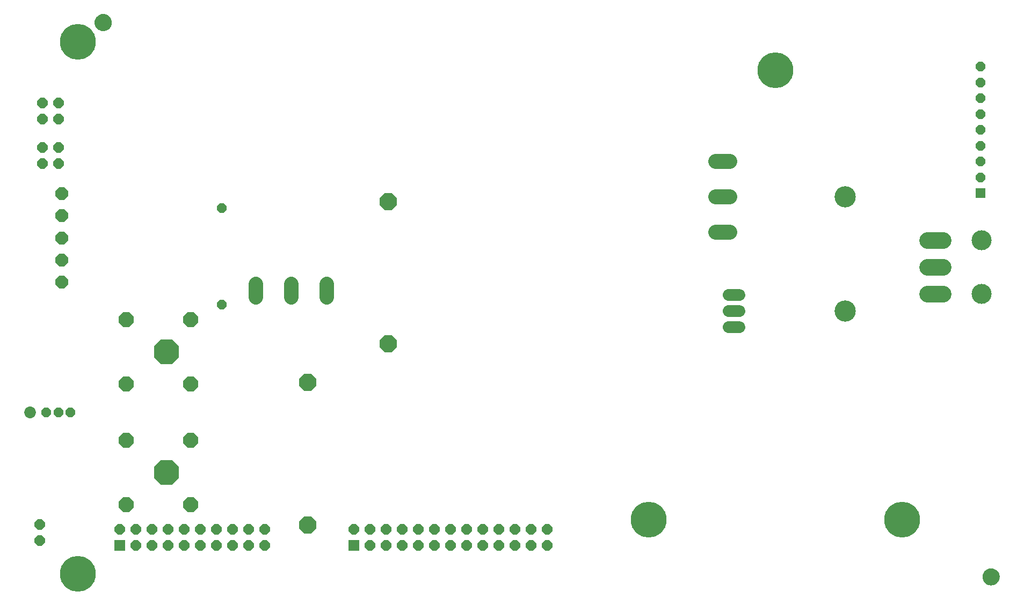
<source format=gbs>
G75*
%MOIN*%
%OFA0B0*%
%FSLAX25Y25*%
%IPPOS*%
%LPD*%
%AMOC8*
5,1,8,0,0,1.08239X$1,22.5*
%
%ADD10C,0.09450*%
%ADD11C,0.13198*%
%ADD12C,0.07200*%
%ADD13OC8,0.07687*%
%ADD14OC8,0.09200*%
%ADD15OC8,0.15600*%
%ADD16OC8,0.06506*%
%ADD17C,0.08850*%
%ADD18OC8,0.05915*%
%ADD19C,0.07293*%
%ADD20OC8,0.06000*%
%ADD21OC8,0.10600*%
%ADD22R,0.06506X0.06506*%
%ADD23R,0.05915X0.05915*%
%ADD24C,0.10293*%
%ADD25C,0.12411*%
%ADD26C,0.00500*%
%ADD27C,0.22254*%
D10*
X0504420Y0309768D02*
X0513270Y0309768D01*
X0513270Y0331768D02*
X0504420Y0331768D01*
X0504420Y0353768D02*
X0513270Y0353768D01*
D11*
X0584845Y0331768D03*
X0584845Y0260902D03*
X0108467Y0097516D03*
X0108467Y0428224D03*
D12*
X0512545Y0270902D02*
X0519145Y0270902D01*
X0519145Y0260902D02*
X0512545Y0260902D01*
X0512545Y0250902D02*
X0519145Y0250902D01*
D13*
X0098625Y0278618D03*
X0098625Y0292398D03*
X0098625Y0306177D03*
X0098625Y0319957D03*
X0098625Y0333736D03*
D14*
X0138546Y0255508D03*
X0178546Y0255508D03*
X0178546Y0215508D03*
X0138546Y0215508D03*
X0138546Y0180508D03*
X0178546Y0180508D03*
X0178546Y0140508D03*
X0138546Y0140508D03*
D15*
X0163585Y0160508D03*
X0163585Y0235508D03*
D16*
X0084845Y0128106D03*
X0084845Y0118106D03*
X0134609Y0125075D03*
X0144609Y0125075D03*
X0154609Y0125075D03*
X0164609Y0125075D03*
X0174609Y0125075D03*
X0184609Y0125075D03*
X0194609Y0125075D03*
X0204609Y0125075D03*
X0214609Y0125075D03*
X0224609Y0125075D03*
X0224609Y0115075D03*
X0214609Y0115075D03*
X0204609Y0115075D03*
X0194609Y0115075D03*
X0184609Y0115075D03*
X0174609Y0115075D03*
X0164609Y0115075D03*
X0154609Y0115075D03*
X0144609Y0115075D03*
X0279806Y0125075D03*
X0289806Y0125075D03*
X0299806Y0125075D03*
X0309806Y0125075D03*
X0319806Y0125075D03*
X0329806Y0125075D03*
X0339806Y0125075D03*
X0349806Y0125075D03*
X0359806Y0125075D03*
X0369806Y0125075D03*
X0379806Y0125075D03*
X0389806Y0125075D03*
X0399806Y0125075D03*
X0399806Y0115075D03*
X0389806Y0115075D03*
X0379806Y0115075D03*
X0369806Y0115075D03*
X0359806Y0115075D03*
X0349806Y0115075D03*
X0339806Y0115075D03*
X0329806Y0115075D03*
X0319806Y0115075D03*
X0309806Y0115075D03*
X0299806Y0115075D03*
X0289806Y0115075D03*
X0096341Y0352358D03*
X0086341Y0352358D03*
X0086341Y0362358D03*
X0096341Y0362358D03*
X0096341Y0379917D03*
X0086341Y0379917D03*
X0086341Y0389917D03*
X0096341Y0389917D03*
D17*
X0218660Y0277737D02*
X0218660Y0269487D01*
X0240660Y0269487D02*
X0240660Y0277737D01*
X0262660Y0277737D02*
X0262660Y0269487D01*
D18*
X0103940Y0197909D03*
X0096440Y0197909D03*
X0088940Y0197909D03*
X0668660Y0343835D03*
X0668660Y0353677D03*
X0668660Y0363520D03*
X0668660Y0373362D03*
X0668660Y0383205D03*
X0668660Y0393047D03*
X0668660Y0402890D03*
X0668660Y0412732D03*
D19*
X0078940Y0197909D03*
D20*
X0197910Y0264862D03*
X0197910Y0324862D03*
D21*
X0301160Y0328904D03*
X0301160Y0240321D03*
X0251160Y0216404D03*
X0251160Y0127821D03*
D22*
X0279806Y0115075D03*
X0134609Y0115075D03*
D23*
X0668660Y0333992D03*
D24*
X0645507Y0304648D02*
X0635814Y0304648D01*
X0635814Y0288112D02*
X0645507Y0288112D01*
X0645507Y0271577D02*
X0635814Y0271577D01*
D25*
X0669400Y0271577D03*
X0669400Y0304648D03*
D26*
X0675396Y0100547D02*
X0674528Y0100471D01*
X0673686Y0100246D01*
X0672896Y0099877D01*
X0672182Y0099377D01*
X0671566Y0098761D01*
X0671066Y0098047D01*
X0670698Y0097257D01*
X0670472Y0096415D01*
X0670396Y0095547D01*
X0670472Y0094679D01*
X0670698Y0093837D01*
X0671066Y0093047D01*
X0671566Y0092333D01*
X0672182Y0091717D01*
X0672896Y0091217D01*
X0673686Y0090849D01*
X0674528Y0090623D01*
X0675396Y0090547D01*
X0676265Y0090623D01*
X0677106Y0090849D01*
X0677896Y0091217D01*
X0678610Y0091717D01*
X0679227Y0092333D01*
X0679726Y0093047D01*
X0680095Y0093837D01*
X0680320Y0094679D01*
X0680396Y0095547D01*
X0680320Y0096415D01*
X0680095Y0097257D01*
X0679726Y0098047D01*
X0679227Y0098761D01*
X0678610Y0099377D01*
X0677896Y0099877D01*
X0677106Y0100246D01*
X0676265Y0100471D01*
X0675396Y0100547D01*
X0673849Y0100289D02*
X0676944Y0100289D01*
X0678020Y0099791D02*
X0672773Y0099791D01*
X0672097Y0099292D02*
X0678695Y0099292D01*
X0679194Y0098794D02*
X0671599Y0098794D01*
X0671240Y0098295D02*
X0679553Y0098295D01*
X0679843Y0097797D02*
X0670949Y0097797D01*
X0670717Y0097298D02*
X0680076Y0097298D01*
X0680217Y0096800D02*
X0670575Y0096800D01*
X0670462Y0096301D02*
X0680330Y0096301D01*
X0680374Y0095803D02*
X0670419Y0095803D01*
X0670418Y0095304D02*
X0680375Y0095304D01*
X0680331Y0094806D02*
X0670461Y0094806D01*
X0670572Y0094307D02*
X0680221Y0094307D01*
X0680081Y0093809D02*
X0670711Y0093809D01*
X0670944Y0093310D02*
X0679849Y0093310D01*
X0679561Y0092812D02*
X0671231Y0092812D01*
X0671586Y0092313D02*
X0679206Y0092313D01*
X0678708Y0091815D02*
X0672085Y0091815D01*
X0672755Y0091316D02*
X0678038Y0091316D01*
X0676990Y0090818D02*
X0673803Y0090818D01*
X0128545Y0437535D02*
X0128045Y0436821D01*
X0127429Y0436205D01*
X0126715Y0435705D01*
X0125925Y0435337D01*
X0125083Y0435111D01*
X0124215Y0435035D01*
X0123347Y0435111D01*
X0122505Y0435337D01*
X0121715Y0435705D01*
X0121001Y0436205D01*
X0120385Y0436821D01*
X0119885Y0437535D01*
X0119517Y0438325D01*
X0119291Y0439167D01*
X0119215Y0440035D01*
X0119291Y0440904D01*
X0119517Y0441746D01*
X0119885Y0442535D01*
X0120385Y0443249D01*
X0121001Y0443866D01*
X0121715Y0444366D01*
X0122505Y0444734D01*
X0123347Y0444959D01*
X0124215Y0445035D01*
X0125083Y0444959D01*
X0125925Y0444734D01*
X0126715Y0444366D01*
X0127429Y0443866D01*
X0128045Y0443249D01*
X0128545Y0442535D01*
X0128914Y0441746D01*
X0129139Y0440904D01*
X0129215Y0440035D01*
X0129139Y0439167D01*
X0128914Y0438325D01*
X0128545Y0437535D01*
X0128660Y0437781D02*
X0119770Y0437781D01*
X0119538Y0438280D02*
X0128893Y0438280D01*
X0129035Y0438778D02*
X0119395Y0438778D01*
X0119282Y0439277D02*
X0129149Y0439277D01*
X0129192Y0439775D02*
X0119238Y0439775D01*
X0119236Y0440274D02*
X0129194Y0440274D01*
X0129151Y0440772D02*
X0119280Y0440772D01*
X0119390Y0441271D02*
X0129041Y0441271D01*
X0128902Y0441770D02*
X0119528Y0441770D01*
X0119760Y0442268D02*
X0128670Y0442268D01*
X0128384Y0442767D02*
X0120047Y0442767D01*
X0120401Y0443265D02*
X0128030Y0443265D01*
X0127531Y0443764D02*
X0120899Y0443764D01*
X0121567Y0444262D02*
X0126863Y0444262D01*
X0125826Y0444761D02*
X0122605Y0444761D01*
X0120062Y0437283D02*
X0128369Y0437283D01*
X0128008Y0436784D02*
X0120422Y0436784D01*
X0120921Y0436286D02*
X0127510Y0436286D01*
X0126832Y0435787D02*
X0121598Y0435787D01*
X0122685Y0435289D02*
X0125746Y0435289D01*
D27*
X0108467Y0097516D03*
X0462798Y0130980D03*
X0620278Y0130980D03*
X0541538Y0410508D03*
X0108467Y0428224D03*
M02*

</source>
